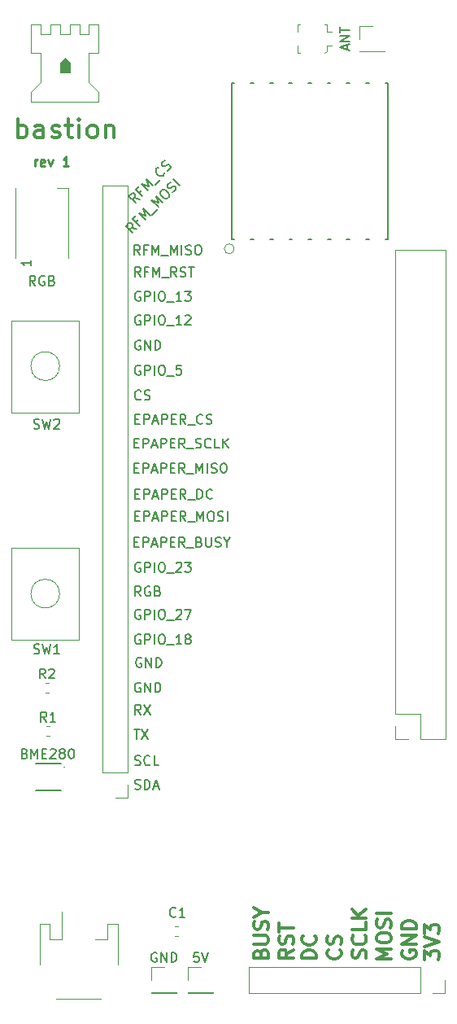
<source format=gto>
G04 #@! TF.GenerationSoftware,KiCad,Pcbnew,(5.99.0-1124-gd78759612)*
G04 #@! TF.CreationDate,2020-05-27T21:00:59-04:00*
G04 #@! TF.ProjectId,bastion-hat,62617374-696f-46e2-9d68-61742e6b6963,rev?*
G04 #@! TF.SameCoordinates,Original*
G04 #@! TF.FileFunction,Legend,Top*
G04 #@! TF.FilePolarity,Positive*
%FSLAX46Y46*%
G04 Gerber Fmt 4.6, Leading zero omitted, Abs format (unit mm)*
G04 Created by KiCad (PCBNEW (5.99.0-1124-gd78759612)) date 2020-05-27 21:00:59*
%MOMM*%
%LPD*%
G01*
G04 APERTURE LIST*
%ADD10C,0.100000*%
%ADD11C,0.120000*%
%ADD12C,0.250000*%
%ADD13C,0.300000*%
%ADD14C,0.150000*%
%ADD15C,0.127000*%
%ADD16C,0.200000*%
%ADD17C,0.203200*%
G04 APERTURE END LIST*
D10*
G36*
X121000000Y-57000000D02*
G01*
X121000000Y-58000000D01*
X120000000Y-58000000D01*
X120000000Y-57000000D01*
X120500000Y-56500000D01*
X121000000Y-57000000D01*
G37*
X121000000Y-57000000D02*
X121000000Y-58000000D01*
X120000000Y-58000000D01*
X120000000Y-57000000D01*
X120500000Y-56500000D01*
X121000000Y-57000000D01*
D11*
X117000000Y-60000000D02*
X117000000Y-61000000D01*
X118000000Y-59000000D02*
X117000000Y-60000000D01*
X118000000Y-56000000D02*
X118000000Y-59000000D01*
X117000000Y-56000000D02*
X118000000Y-56000000D01*
X117000000Y-53000000D02*
X117000000Y-56000000D01*
X118000000Y-53000000D02*
X117000000Y-53000000D01*
X118000000Y-54000000D02*
X118000000Y-53000000D01*
X119000000Y-54000000D02*
X118000000Y-54000000D01*
X119000000Y-53000000D02*
X119000000Y-54000000D01*
X120000000Y-53000000D02*
X119000000Y-53000000D01*
X120000000Y-54000000D02*
X120000000Y-53000000D01*
X121000000Y-54000000D02*
X120000000Y-54000000D01*
X121000000Y-53000000D02*
X121000000Y-54000000D01*
X122000000Y-53000000D02*
X121000000Y-53000000D01*
X122000000Y-54000000D02*
X122000000Y-53000000D01*
X123000000Y-54000000D02*
X122000000Y-54000000D01*
X123000000Y-53000000D02*
X123000000Y-54000000D01*
X124000000Y-53000000D02*
X123000000Y-53000000D01*
X124000000Y-56000000D02*
X124000000Y-53000000D01*
X123000000Y-56000000D02*
X124000000Y-56000000D01*
X123000000Y-59000000D02*
X123000000Y-56000000D01*
X124000000Y-60000000D02*
X123000000Y-59000000D01*
X124000000Y-61000000D02*
X124000000Y-60000000D01*
X117000000Y-61000000D02*
X124000000Y-61000000D01*
D12*
X117361904Y-67752380D02*
X117361904Y-67085714D01*
X117361904Y-67276190D02*
X117409523Y-67180952D01*
X117457142Y-67133333D01*
X117552380Y-67085714D01*
X117647619Y-67085714D01*
X118361904Y-67704761D02*
X118266666Y-67752380D01*
X118076190Y-67752380D01*
X117980952Y-67704761D01*
X117933333Y-67609523D01*
X117933333Y-67228571D01*
X117980952Y-67133333D01*
X118076190Y-67085714D01*
X118266666Y-67085714D01*
X118361904Y-67133333D01*
X118409523Y-67228571D01*
X118409523Y-67323809D01*
X117933333Y-67419047D01*
X118742857Y-67085714D02*
X118980952Y-67752380D01*
X119219047Y-67085714D01*
X120885714Y-67752380D02*
X120314285Y-67752380D01*
X120600000Y-67752380D02*
X120600000Y-66752380D01*
X120504761Y-66895238D01*
X120409523Y-66990476D01*
X120314285Y-67038095D01*
D13*
X115600000Y-64804761D02*
X115600000Y-62804761D01*
X115600000Y-63566666D02*
X115790476Y-63471428D01*
X116171428Y-63471428D01*
X116361904Y-63566666D01*
X116457142Y-63661904D01*
X116552380Y-63852380D01*
X116552380Y-64423809D01*
X116457142Y-64614285D01*
X116361904Y-64709523D01*
X116171428Y-64804761D01*
X115790476Y-64804761D01*
X115600000Y-64709523D01*
X118266666Y-64804761D02*
X118266666Y-63757142D01*
X118171428Y-63566666D01*
X117980952Y-63471428D01*
X117600000Y-63471428D01*
X117409523Y-63566666D01*
X118266666Y-64709523D02*
X118076190Y-64804761D01*
X117600000Y-64804761D01*
X117409523Y-64709523D01*
X117314285Y-64519047D01*
X117314285Y-64328571D01*
X117409523Y-64138095D01*
X117600000Y-64042857D01*
X118076190Y-64042857D01*
X118266666Y-63947619D01*
X119123809Y-64709523D02*
X119314285Y-64804761D01*
X119695238Y-64804761D01*
X119885714Y-64709523D01*
X119980952Y-64519047D01*
X119980952Y-64423809D01*
X119885714Y-64233333D01*
X119695238Y-64138095D01*
X119409523Y-64138095D01*
X119219047Y-64042857D01*
X119123809Y-63852380D01*
X119123809Y-63757142D01*
X119219047Y-63566666D01*
X119409523Y-63471428D01*
X119695238Y-63471428D01*
X119885714Y-63566666D01*
X120552380Y-63471428D02*
X121314285Y-63471428D01*
X120838095Y-62804761D02*
X120838095Y-64519047D01*
X120933333Y-64709523D01*
X121123809Y-64804761D01*
X121314285Y-64804761D01*
X121980952Y-64804761D02*
X121980952Y-63471428D01*
X121980952Y-62804761D02*
X121885714Y-62900000D01*
X121980952Y-62995238D01*
X122076190Y-62900000D01*
X121980952Y-62804761D01*
X121980952Y-62995238D01*
X123219047Y-64804761D02*
X123028571Y-64709523D01*
X122933333Y-64614285D01*
X122838095Y-64423809D01*
X122838095Y-63852380D01*
X122933333Y-63661904D01*
X123028571Y-63566666D01*
X123219047Y-63471428D01*
X123504761Y-63471428D01*
X123695238Y-63566666D01*
X123790476Y-63661904D01*
X123885714Y-63852380D01*
X123885714Y-64423809D01*
X123790476Y-64614285D01*
X123695238Y-64709523D01*
X123504761Y-64804761D01*
X123219047Y-64804761D01*
X124742857Y-63471428D02*
X124742857Y-64804761D01*
X124742857Y-63661904D02*
X124838095Y-63566666D01*
X125028571Y-63471428D01*
X125314285Y-63471428D01*
X125504761Y-63566666D01*
X125600000Y-63757142D01*
X125600000Y-64804761D01*
D14*
X127787976Y-132504761D02*
X127930833Y-132552380D01*
X128168928Y-132552380D01*
X128264166Y-132504761D01*
X128311785Y-132457142D01*
X128359404Y-132361904D01*
X128359404Y-132266666D01*
X128311785Y-132171428D01*
X128264166Y-132123809D01*
X128168928Y-132076190D01*
X127978452Y-132028571D01*
X127883214Y-131980952D01*
X127835595Y-131933333D01*
X127787976Y-131838095D01*
X127787976Y-131742857D01*
X127835595Y-131647619D01*
X127883214Y-131600000D01*
X127978452Y-131552380D01*
X128216547Y-131552380D01*
X128359404Y-131600000D01*
X128787976Y-132552380D02*
X128787976Y-131552380D01*
X129026071Y-131552380D01*
X129168928Y-131600000D01*
X129264166Y-131695238D01*
X129311785Y-131790476D01*
X129359404Y-131980952D01*
X129359404Y-132123809D01*
X129311785Y-132314285D01*
X129264166Y-132409523D01*
X129168928Y-132504761D01*
X129026071Y-132552380D01*
X128787976Y-132552380D01*
X129740357Y-132266666D02*
X130216547Y-132266666D01*
X129645119Y-132552380D02*
X129978452Y-131552380D01*
X130311785Y-132552380D01*
X127787976Y-130004761D02*
X127930833Y-130052380D01*
X128168928Y-130052380D01*
X128264166Y-130004761D01*
X128311785Y-129957142D01*
X128359404Y-129861904D01*
X128359404Y-129766666D01*
X128311785Y-129671428D01*
X128264166Y-129623809D01*
X128168928Y-129576190D01*
X127978452Y-129528571D01*
X127883214Y-129480952D01*
X127835595Y-129433333D01*
X127787976Y-129338095D01*
X127787976Y-129242857D01*
X127835595Y-129147619D01*
X127883214Y-129100000D01*
X127978452Y-129052380D01*
X128216547Y-129052380D01*
X128359404Y-129100000D01*
X129359404Y-129957142D02*
X129311785Y-130004761D01*
X129168928Y-130052380D01*
X129073690Y-130052380D01*
X128930833Y-130004761D01*
X128835595Y-129909523D01*
X128787976Y-129814285D01*
X128740357Y-129623809D01*
X128740357Y-129480952D01*
X128787976Y-129290476D01*
X128835595Y-129195238D01*
X128930833Y-129100000D01*
X129073690Y-129052380D01*
X129168928Y-129052380D01*
X129311785Y-129100000D01*
X129359404Y-129147619D01*
X130264166Y-130052380D02*
X129787976Y-130052380D01*
X129787976Y-129052380D01*
X127692738Y-126352380D02*
X128264166Y-126352380D01*
X127978452Y-127352380D02*
X127978452Y-126352380D01*
X128502261Y-126352380D02*
X129168928Y-127352380D01*
X129168928Y-126352380D02*
X128502261Y-127352380D01*
X128407023Y-124752380D02*
X128073690Y-124276190D01*
X127835595Y-124752380D02*
X127835595Y-123752380D01*
X128216547Y-123752380D01*
X128311785Y-123800000D01*
X128359404Y-123847619D01*
X128407023Y-123942857D01*
X128407023Y-124085714D01*
X128359404Y-124180952D01*
X128311785Y-124228571D01*
X128216547Y-124276190D01*
X127835595Y-124276190D01*
X128740357Y-123752380D02*
X129407023Y-124752380D01*
X129407023Y-123752380D02*
X128740357Y-124752380D01*
X128359404Y-121500000D02*
X128264166Y-121452380D01*
X128121309Y-121452380D01*
X127978452Y-121500000D01*
X127883214Y-121595238D01*
X127835595Y-121690476D01*
X127787976Y-121880952D01*
X127787976Y-122023809D01*
X127835595Y-122214285D01*
X127883214Y-122309523D01*
X127978452Y-122404761D01*
X128121309Y-122452380D01*
X128216547Y-122452380D01*
X128359404Y-122404761D01*
X128407023Y-122357142D01*
X128407023Y-122023809D01*
X128216547Y-122023809D01*
X128835595Y-122452380D02*
X128835595Y-121452380D01*
X129407023Y-122452380D01*
X129407023Y-121452380D01*
X129883214Y-122452380D02*
X129883214Y-121452380D01*
X130121309Y-121452380D01*
X130264166Y-121500000D01*
X130359404Y-121595238D01*
X130407023Y-121690476D01*
X130454642Y-121880952D01*
X130454642Y-122023809D01*
X130407023Y-122214285D01*
X130359404Y-122309523D01*
X130264166Y-122404761D01*
X130121309Y-122452380D01*
X129883214Y-122452380D01*
X128459404Y-118900000D02*
X128364166Y-118852380D01*
X128221309Y-118852380D01*
X128078452Y-118900000D01*
X127983214Y-118995238D01*
X127935595Y-119090476D01*
X127887976Y-119280952D01*
X127887976Y-119423809D01*
X127935595Y-119614285D01*
X127983214Y-119709523D01*
X128078452Y-119804761D01*
X128221309Y-119852380D01*
X128316547Y-119852380D01*
X128459404Y-119804761D01*
X128507023Y-119757142D01*
X128507023Y-119423809D01*
X128316547Y-119423809D01*
X128935595Y-119852380D02*
X128935595Y-118852380D01*
X129507023Y-119852380D01*
X129507023Y-118852380D01*
X129983214Y-119852380D02*
X129983214Y-118852380D01*
X130221309Y-118852380D01*
X130364166Y-118900000D01*
X130459404Y-118995238D01*
X130507023Y-119090476D01*
X130554642Y-119280952D01*
X130554642Y-119423809D01*
X130507023Y-119614285D01*
X130459404Y-119709523D01*
X130364166Y-119804761D01*
X130221309Y-119852380D01*
X129983214Y-119852380D01*
X128359404Y-116500000D02*
X128264166Y-116452380D01*
X128121309Y-116452380D01*
X127978452Y-116500000D01*
X127883214Y-116595238D01*
X127835595Y-116690476D01*
X127787976Y-116880952D01*
X127787976Y-117023809D01*
X127835595Y-117214285D01*
X127883214Y-117309523D01*
X127978452Y-117404761D01*
X128121309Y-117452380D01*
X128216547Y-117452380D01*
X128359404Y-117404761D01*
X128407023Y-117357142D01*
X128407023Y-117023809D01*
X128216547Y-117023809D01*
X128835595Y-117452380D02*
X128835595Y-116452380D01*
X129216547Y-116452380D01*
X129311785Y-116500000D01*
X129359404Y-116547619D01*
X129407023Y-116642857D01*
X129407023Y-116785714D01*
X129359404Y-116880952D01*
X129311785Y-116928571D01*
X129216547Y-116976190D01*
X128835595Y-116976190D01*
X129835595Y-117452380D02*
X129835595Y-116452380D01*
X130502261Y-116452380D02*
X130692738Y-116452380D01*
X130787976Y-116500000D01*
X130883214Y-116595238D01*
X130930833Y-116785714D01*
X130930833Y-117119047D01*
X130883214Y-117309523D01*
X130787976Y-117404761D01*
X130692738Y-117452380D01*
X130502261Y-117452380D01*
X130407023Y-117404761D01*
X130311785Y-117309523D01*
X130264166Y-117119047D01*
X130264166Y-116785714D01*
X130311785Y-116595238D01*
X130407023Y-116500000D01*
X130502261Y-116452380D01*
X131121309Y-117547619D02*
X131883214Y-117547619D01*
X132645119Y-117452380D02*
X132073690Y-117452380D01*
X132359404Y-117452380D02*
X132359404Y-116452380D01*
X132264166Y-116595238D01*
X132168928Y-116690476D01*
X132073690Y-116738095D01*
X133216547Y-116880952D02*
X133121309Y-116833333D01*
X133073690Y-116785714D01*
X133026071Y-116690476D01*
X133026071Y-116642857D01*
X133073690Y-116547619D01*
X133121309Y-116500000D01*
X133216547Y-116452380D01*
X133407023Y-116452380D01*
X133502261Y-116500000D01*
X133549880Y-116547619D01*
X133597500Y-116642857D01*
X133597500Y-116690476D01*
X133549880Y-116785714D01*
X133502261Y-116833333D01*
X133407023Y-116880952D01*
X133216547Y-116880952D01*
X133121309Y-116928571D01*
X133073690Y-116976190D01*
X133026071Y-117071428D01*
X133026071Y-117261904D01*
X133073690Y-117357142D01*
X133121309Y-117404761D01*
X133216547Y-117452380D01*
X133407023Y-117452380D01*
X133502261Y-117404761D01*
X133549880Y-117357142D01*
X133597500Y-117261904D01*
X133597500Y-117071428D01*
X133549880Y-116976190D01*
X133502261Y-116928571D01*
X133407023Y-116880952D01*
X128359404Y-113900000D02*
X128264166Y-113852380D01*
X128121309Y-113852380D01*
X127978452Y-113900000D01*
X127883214Y-113995238D01*
X127835595Y-114090476D01*
X127787976Y-114280952D01*
X127787976Y-114423809D01*
X127835595Y-114614285D01*
X127883214Y-114709523D01*
X127978452Y-114804761D01*
X128121309Y-114852380D01*
X128216547Y-114852380D01*
X128359404Y-114804761D01*
X128407023Y-114757142D01*
X128407023Y-114423809D01*
X128216547Y-114423809D01*
X128835595Y-114852380D02*
X128835595Y-113852380D01*
X129216547Y-113852380D01*
X129311785Y-113900000D01*
X129359404Y-113947619D01*
X129407023Y-114042857D01*
X129407023Y-114185714D01*
X129359404Y-114280952D01*
X129311785Y-114328571D01*
X129216547Y-114376190D01*
X128835595Y-114376190D01*
X129835595Y-114852380D02*
X129835595Y-113852380D01*
X130502261Y-113852380D02*
X130692738Y-113852380D01*
X130787976Y-113900000D01*
X130883214Y-113995238D01*
X130930833Y-114185714D01*
X130930833Y-114519047D01*
X130883214Y-114709523D01*
X130787976Y-114804761D01*
X130692738Y-114852380D01*
X130502261Y-114852380D01*
X130407023Y-114804761D01*
X130311785Y-114709523D01*
X130264166Y-114519047D01*
X130264166Y-114185714D01*
X130311785Y-113995238D01*
X130407023Y-113900000D01*
X130502261Y-113852380D01*
X131121309Y-114947619D02*
X131883214Y-114947619D01*
X132073690Y-113947619D02*
X132121309Y-113900000D01*
X132216547Y-113852380D01*
X132454642Y-113852380D01*
X132549880Y-113900000D01*
X132597500Y-113947619D01*
X132645119Y-114042857D01*
X132645119Y-114138095D01*
X132597500Y-114280952D01*
X132026071Y-114852380D01*
X132645119Y-114852380D01*
X132978452Y-113852380D02*
X133645119Y-113852380D01*
X133216547Y-114852380D01*
X128407023Y-112452380D02*
X128073690Y-111976190D01*
X127835595Y-112452380D02*
X127835595Y-111452380D01*
X128216547Y-111452380D01*
X128311785Y-111500000D01*
X128359404Y-111547619D01*
X128407023Y-111642857D01*
X128407023Y-111785714D01*
X128359404Y-111880952D01*
X128311785Y-111928571D01*
X128216547Y-111976190D01*
X127835595Y-111976190D01*
X129359404Y-111500000D02*
X129264166Y-111452380D01*
X129121309Y-111452380D01*
X128978452Y-111500000D01*
X128883214Y-111595238D01*
X128835595Y-111690476D01*
X128787976Y-111880952D01*
X128787976Y-112023809D01*
X128835595Y-112214285D01*
X128883214Y-112309523D01*
X128978452Y-112404761D01*
X129121309Y-112452380D01*
X129216547Y-112452380D01*
X129359404Y-112404761D01*
X129407023Y-112357142D01*
X129407023Y-112023809D01*
X129216547Y-112023809D01*
X130168928Y-111928571D02*
X130311785Y-111976190D01*
X130359404Y-112023809D01*
X130407023Y-112119047D01*
X130407023Y-112261904D01*
X130359404Y-112357142D01*
X130311785Y-112404761D01*
X130216547Y-112452380D01*
X129835595Y-112452380D01*
X129835595Y-111452380D01*
X130168928Y-111452380D01*
X130264166Y-111500000D01*
X130311785Y-111547619D01*
X130359404Y-111642857D01*
X130359404Y-111738095D01*
X130311785Y-111833333D01*
X130264166Y-111880952D01*
X130168928Y-111928571D01*
X129835595Y-111928571D01*
X128359404Y-109000000D02*
X128264166Y-108952380D01*
X128121309Y-108952380D01*
X127978452Y-109000000D01*
X127883214Y-109095238D01*
X127835595Y-109190476D01*
X127787976Y-109380952D01*
X127787976Y-109523809D01*
X127835595Y-109714285D01*
X127883214Y-109809523D01*
X127978452Y-109904761D01*
X128121309Y-109952380D01*
X128216547Y-109952380D01*
X128359404Y-109904761D01*
X128407023Y-109857142D01*
X128407023Y-109523809D01*
X128216547Y-109523809D01*
X128835595Y-109952380D02*
X128835595Y-108952380D01*
X129216547Y-108952380D01*
X129311785Y-109000000D01*
X129359404Y-109047619D01*
X129407023Y-109142857D01*
X129407023Y-109285714D01*
X129359404Y-109380952D01*
X129311785Y-109428571D01*
X129216547Y-109476190D01*
X128835595Y-109476190D01*
X129835595Y-109952380D02*
X129835595Y-108952380D01*
X130502261Y-108952380D02*
X130692738Y-108952380D01*
X130787976Y-109000000D01*
X130883214Y-109095238D01*
X130930833Y-109285714D01*
X130930833Y-109619047D01*
X130883214Y-109809523D01*
X130787976Y-109904761D01*
X130692738Y-109952380D01*
X130502261Y-109952380D01*
X130407023Y-109904761D01*
X130311785Y-109809523D01*
X130264166Y-109619047D01*
X130264166Y-109285714D01*
X130311785Y-109095238D01*
X130407023Y-109000000D01*
X130502261Y-108952380D01*
X131121309Y-110047619D02*
X131883214Y-110047619D01*
X132073690Y-109047619D02*
X132121309Y-109000000D01*
X132216547Y-108952380D01*
X132454642Y-108952380D01*
X132549880Y-109000000D01*
X132597500Y-109047619D01*
X132645119Y-109142857D01*
X132645119Y-109238095D01*
X132597500Y-109380952D01*
X132026071Y-109952380D01*
X132645119Y-109952380D01*
X132978452Y-108952380D02*
X133597500Y-108952380D01*
X133264166Y-109333333D01*
X133407023Y-109333333D01*
X133502261Y-109380952D01*
X133549880Y-109428571D01*
X133597500Y-109523809D01*
X133597500Y-109761904D01*
X133549880Y-109857142D01*
X133502261Y-109904761D01*
X133407023Y-109952380D01*
X133121309Y-109952380D01*
X133026071Y-109904761D01*
X132978452Y-109857142D01*
X127735595Y-106828571D02*
X128068928Y-106828571D01*
X128211785Y-107352380D02*
X127735595Y-107352380D01*
X127735595Y-106352380D01*
X128211785Y-106352380D01*
X128640357Y-107352380D02*
X128640357Y-106352380D01*
X129021309Y-106352380D01*
X129116547Y-106400000D01*
X129164166Y-106447619D01*
X129211785Y-106542857D01*
X129211785Y-106685714D01*
X129164166Y-106780952D01*
X129116547Y-106828571D01*
X129021309Y-106876190D01*
X128640357Y-106876190D01*
X129592738Y-107066666D02*
X130068928Y-107066666D01*
X129497500Y-107352380D02*
X129830833Y-106352380D01*
X130164166Y-107352380D01*
X130497500Y-107352380D02*
X130497500Y-106352380D01*
X130878452Y-106352380D01*
X130973690Y-106400000D01*
X131021309Y-106447619D01*
X131068928Y-106542857D01*
X131068928Y-106685714D01*
X131021309Y-106780952D01*
X130973690Y-106828571D01*
X130878452Y-106876190D01*
X130497500Y-106876190D01*
X131497500Y-106828571D02*
X131830833Y-106828571D01*
X131973690Y-107352380D02*
X131497500Y-107352380D01*
X131497500Y-106352380D01*
X131973690Y-106352380D01*
X132973690Y-107352380D02*
X132640357Y-106876190D01*
X132402261Y-107352380D02*
X132402261Y-106352380D01*
X132783214Y-106352380D01*
X132878452Y-106400000D01*
X132926071Y-106447619D01*
X132973690Y-106542857D01*
X132973690Y-106685714D01*
X132926071Y-106780952D01*
X132878452Y-106828571D01*
X132783214Y-106876190D01*
X132402261Y-106876190D01*
X133164166Y-107447619D02*
X133926071Y-107447619D01*
X134497500Y-106828571D02*
X134640357Y-106876190D01*
X134687976Y-106923809D01*
X134735595Y-107019047D01*
X134735595Y-107161904D01*
X134687976Y-107257142D01*
X134640357Y-107304761D01*
X134545119Y-107352380D01*
X134164166Y-107352380D01*
X134164166Y-106352380D01*
X134497500Y-106352380D01*
X134592738Y-106400000D01*
X134640357Y-106447619D01*
X134687976Y-106542857D01*
X134687976Y-106638095D01*
X134640357Y-106733333D01*
X134592738Y-106780952D01*
X134497500Y-106828571D01*
X134164166Y-106828571D01*
X135164166Y-106352380D02*
X135164166Y-107161904D01*
X135211785Y-107257142D01*
X135259404Y-107304761D01*
X135354642Y-107352380D01*
X135545119Y-107352380D01*
X135640357Y-107304761D01*
X135687976Y-107257142D01*
X135735595Y-107161904D01*
X135735595Y-106352380D01*
X136164166Y-107304761D02*
X136307023Y-107352380D01*
X136545119Y-107352380D01*
X136640357Y-107304761D01*
X136687976Y-107257142D01*
X136735595Y-107161904D01*
X136735595Y-107066666D01*
X136687976Y-106971428D01*
X136640357Y-106923809D01*
X136545119Y-106876190D01*
X136354642Y-106828571D01*
X136259404Y-106780952D01*
X136211785Y-106733333D01*
X136164166Y-106638095D01*
X136164166Y-106542857D01*
X136211785Y-106447619D01*
X136259404Y-106400000D01*
X136354642Y-106352380D01*
X136592738Y-106352380D01*
X136735595Y-106400000D01*
X137354642Y-106876190D02*
X137354642Y-107352380D01*
X137021309Y-106352380D02*
X137354642Y-106876190D01*
X137687976Y-106352380D01*
X127835595Y-104128571D02*
X128168928Y-104128571D01*
X128311785Y-104652380D02*
X127835595Y-104652380D01*
X127835595Y-103652380D01*
X128311785Y-103652380D01*
X128740357Y-104652380D02*
X128740357Y-103652380D01*
X129121309Y-103652380D01*
X129216547Y-103700000D01*
X129264166Y-103747619D01*
X129311785Y-103842857D01*
X129311785Y-103985714D01*
X129264166Y-104080952D01*
X129216547Y-104128571D01*
X129121309Y-104176190D01*
X128740357Y-104176190D01*
X129692738Y-104366666D02*
X130168928Y-104366666D01*
X129597500Y-104652380D02*
X129930833Y-103652380D01*
X130264166Y-104652380D01*
X130597500Y-104652380D02*
X130597500Y-103652380D01*
X130978452Y-103652380D01*
X131073690Y-103700000D01*
X131121309Y-103747619D01*
X131168928Y-103842857D01*
X131168928Y-103985714D01*
X131121309Y-104080952D01*
X131073690Y-104128571D01*
X130978452Y-104176190D01*
X130597500Y-104176190D01*
X131597500Y-104128571D02*
X131930833Y-104128571D01*
X132073690Y-104652380D02*
X131597500Y-104652380D01*
X131597500Y-103652380D01*
X132073690Y-103652380D01*
X133073690Y-104652380D02*
X132740357Y-104176190D01*
X132502261Y-104652380D02*
X132502261Y-103652380D01*
X132883214Y-103652380D01*
X132978452Y-103700000D01*
X133026071Y-103747619D01*
X133073690Y-103842857D01*
X133073690Y-103985714D01*
X133026071Y-104080952D01*
X132978452Y-104128571D01*
X132883214Y-104176190D01*
X132502261Y-104176190D01*
X133264166Y-104747619D02*
X134026071Y-104747619D01*
X134264166Y-104652380D02*
X134264166Y-103652380D01*
X134597500Y-104366666D01*
X134930833Y-103652380D01*
X134930833Y-104652380D01*
X135597500Y-103652380D02*
X135787976Y-103652380D01*
X135883214Y-103700000D01*
X135978452Y-103795238D01*
X136026071Y-103985714D01*
X136026071Y-104319047D01*
X135978452Y-104509523D01*
X135883214Y-104604761D01*
X135787976Y-104652380D01*
X135597500Y-104652380D01*
X135502261Y-104604761D01*
X135407023Y-104509523D01*
X135359404Y-104319047D01*
X135359404Y-103985714D01*
X135407023Y-103795238D01*
X135502261Y-103700000D01*
X135597500Y-103652380D01*
X136407023Y-104604761D02*
X136549880Y-104652380D01*
X136787976Y-104652380D01*
X136883214Y-104604761D01*
X136930833Y-104557142D01*
X136978452Y-104461904D01*
X136978452Y-104366666D01*
X136930833Y-104271428D01*
X136883214Y-104223809D01*
X136787976Y-104176190D01*
X136597500Y-104128571D01*
X136502261Y-104080952D01*
X136454642Y-104033333D01*
X136407023Y-103938095D01*
X136407023Y-103842857D01*
X136454642Y-103747619D01*
X136502261Y-103700000D01*
X136597500Y-103652380D01*
X136835595Y-103652380D01*
X136978452Y-103700000D01*
X137407023Y-104652380D02*
X137407023Y-103652380D01*
X127835595Y-101828571D02*
X128168928Y-101828571D01*
X128311785Y-102352380D02*
X127835595Y-102352380D01*
X127835595Y-101352380D01*
X128311785Y-101352380D01*
X128740357Y-102352380D02*
X128740357Y-101352380D01*
X129121309Y-101352380D01*
X129216547Y-101400000D01*
X129264166Y-101447619D01*
X129311785Y-101542857D01*
X129311785Y-101685714D01*
X129264166Y-101780952D01*
X129216547Y-101828571D01*
X129121309Y-101876190D01*
X128740357Y-101876190D01*
X129692738Y-102066666D02*
X130168928Y-102066666D01*
X129597500Y-102352380D02*
X129930833Y-101352380D01*
X130264166Y-102352380D01*
X130597500Y-102352380D02*
X130597500Y-101352380D01*
X130978452Y-101352380D01*
X131073690Y-101400000D01*
X131121309Y-101447619D01*
X131168928Y-101542857D01*
X131168928Y-101685714D01*
X131121309Y-101780952D01*
X131073690Y-101828571D01*
X130978452Y-101876190D01*
X130597500Y-101876190D01*
X131597500Y-101828571D02*
X131930833Y-101828571D01*
X132073690Y-102352380D02*
X131597500Y-102352380D01*
X131597500Y-101352380D01*
X132073690Y-101352380D01*
X133073690Y-102352380D02*
X132740357Y-101876190D01*
X132502261Y-102352380D02*
X132502261Y-101352380D01*
X132883214Y-101352380D01*
X132978452Y-101400000D01*
X133026071Y-101447619D01*
X133073690Y-101542857D01*
X133073690Y-101685714D01*
X133026071Y-101780952D01*
X132978452Y-101828571D01*
X132883214Y-101876190D01*
X132502261Y-101876190D01*
X133264166Y-102447619D02*
X134026071Y-102447619D01*
X134264166Y-102352380D02*
X134264166Y-101352380D01*
X134502261Y-101352380D01*
X134645119Y-101400000D01*
X134740357Y-101495238D01*
X134787976Y-101590476D01*
X134835595Y-101780952D01*
X134835595Y-101923809D01*
X134787976Y-102114285D01*
X134740357Y-102209523D01*
X134645119Y-102304761D01*
X134502261Y-102352380D01*
X134264166Y-102352380D01*
X135835595Y-102257142D02*
X135787976Y-102304761D01*
X135645119Y-102352380D01*
X135549880Y-102352380D01*
X135407023Y-102304761D01*
X135311785Y-102209523D01*
X135264166Y-102114285D01*
X135216547Y-101923809D01*
X135216547Y-101780952D01*
X135264166Y-101590476D01*
X135311785Y-101495238D01*
X135407023Y-101400000D01*
X135549880Y-101352380D01*
X135645119Y-101352380D01*
X135787976Y-101400000D01*
X135835595Y-101447619D01*
X127735595Y-99128571D02*
X128068928Y-99128571D01*
X128211785Y-99652380D02*
X127735595Y-99652380D01*
X127735595Y-98652380D01*
X128211785Y-98652380D01*
X128640357Y-99652380D02*
X128640357Y-98652380D01*
X129021309Y-98652380D01*
X129116547Y-98700000D01*
X129164166Y-98747619D01*
X129211785Y-98842857D01*
X129211785Y-98985714D01*
X129164166Y-99080952D01*
X129116547Y-99128571D01*
X129021309Y-99176190D01*
X128640357Y-99176190D01*
X129592738Y-99366666D02*
X130068928Y-99366666D01*
X129497500Y-99652380D02*
X129830833Y-98652380D01*
X130164166Y-99652380D01*
X130497500Y-99652380D02*
X130497500Y-98652380D01*
X130878452Y-98652380D01*
X130973690Y-98700000D01*
X131021309Y-98747619D01*
X131068928Y-98842857D01*
X131068928Y-98985714D01*
X131021309Y-99080952D01*
X130973690Y-99128571D01*
X130878452Y-99176190D01*
X130497500Y-99176190D01*
X131497500Y-99128571D02*
X131830833Y-99128571D01*
X131973690Y-99652380D02*
X131497500Y-99652380D01*
X131497500Y-98652380D01*
X131973690Y-98652380D01*
X132973690Y-99652380D02*
X132640357Y-99176190D01*
X132402261Y-99652380D02*
X132402261Y-98652380D01*
X132783214Y-98652380D01*
X132878452Y-98700000D01*
X132926071Y-98747619D01*
X132973690Y-98842857D01*
X132973690Y-98985714D01*
X132926071Y-99080952D01*
X132878452Y-99128571D01*
X132783214Y-99176190D01*
X132402261Y-99176190D01*
X133164166Y-99747619D02*
X133926071Y-99747619D01*
X134164166Y-99652380D02*
X134164166Y-98652380D01*
X134497500Y-99366666D01*
X134830833Y-98652380D01*
X134830833Y-99652380D01*
X135307023Y-99652380D02*
X135307023Y-98652380D01*
X135735595Y-99604761D02*
X135878452Y-99652380D01*
X136116547Y-99652380D01*
X136211785Y-99604761D01*
X136259404Y-99557142D01*
X136307023Y-99461904D01*
X136307023Y-99366666D01*
X136259404Y-99271428D01*
X136211785Y-99223809D01*
X136116547Y-99176190D01*
X135926071Y-99128571D01*
X135830833Y-99080952D01*
X135783214Y-99033333D01*
X135735595Y-98938095D01*
X135735595Y-98842857D01*
X135783214Y-98747619D01*
X135830833Y-98700000D01*
X135926071Y-98652380D01*
X136164166Y-98652380D01*
X136307023Y-98700000D01*
X136926071Y-98652380D02*
X137116547Y-98652380D01*
X137211785Y-98700000D01*
X137307023Y-98795238D01*
X137354642Y-98985714D01*
X137354642Y-99319047D01*
X137307023Y-99509523D01*
X137211785Y-99604761D01*
X137116547Y-99652380D01*
X136926071Y-99652380D01*
X136830833Y-99604761D01*
X136735595Y-99509523D01*
X136687976Y-99319047D01*
X136687976Y-98985714D01*
X136735595Y-98795238D01*
X136830833Y-98700000D01*
X136926071Y-98652380D01*
X127735595Y-96528571D02*
X128068928Y-96528571D01*
X128211785Y-97052380D02*
X127735595Y-97052380D01*
X127735595Y-96052380D01*
X128211785Y-96052380D01*
X128640357Y-97052380D02*
X128640357Y-96052380D01*
X129021309Y-96052380D01*
X129116547Y-96100000D01*
X129164166Y-96147619D01*
X129211785Y-96242857D01*
X129211785Y-96385714D01*
X129164166Y-96480952D01*
X129116547Y-96528571D01*
X129021309Y-96576190D01*
X128640357Y-96576190D01*
X129592738Y-96766666D02*
X130068928Y-96766666D01*
X129497500Y-97052380D02*
X129830833Y-96052380D01*
X130164166Y-97052380D01*
X130497500Y-97052380D02*
X130497500Y-96052380D01*
X130878452Y-96052380D01*
X130973690Y-96100000D01*
X131021309Y-96147619D01*
X131068928Y-96242857D01*
X131068928Y-96385714D01*
X131021309Y-96480952D01*
X130973690Y-96528571D01*
X130878452Y-96576190D01*
X130497500Y-96576190D01*
X131497500Y-96528571D02*
X131830833Y-96528571D01*
X131973690Y-97052380D02*
X131497500Y-97052380D01*
X131497500Y-96052380D01*
X131973690Y-96052380D01*
X132973690Y-97052380D02*
X132640357Y-96576190D01*
X132402261Y-97052380D02*
X132402261Y-96052380D01*
X132783214Y-96052380D01*
X132878452Y-96100000D01*
X132926071Y-96147619D01*
X132973690Y-96242857D01*
X132973690Y-96385714D01*
X132926071Y-96480952D01*
X132878452Y-96528571D01*
X132783214Y-96576190D01*
X132402261Y-96576190D01*
X133164166Y-97147619D02*
X133926071Y-97147619D01*
X134116547Y-97004761D02*
X134259404Y-97052380D01*
X134497500Y-97052380D01*
X134592738Y-97004761D01*
X134640357Y-96957142D01*
X134687976Y-96861904D01*
X134687976Y-96766666D01*
X134640357Y-96671428D01*
X134592738Y-96623809D01*
X134497500Y-96576190D01*
X134307023Y-96528571D01*
X134211785Y-96480952D01*
X134164166Y-96433333D01*
X134116547Y-96338095D01*
X134116547Y-96242857D01*
X134164166Y-96147619D01*
X134211785Y-96100000D01*
X134307023Y-96052380D01*
X134545119Y-96052380D01*
X134687976Y-96100000D01*
X135687976Y-96957142D02*
X135640357Y-97004761D01*
X135497500Y-97052380D01*
X135402261Y-97052380D01*
X135259404Y-97004761D01*
X135164166Y-96909523D01*
X135116547Y-96814285D01*
X135068928Y-96623809D01*
X135068928Y-96480952D01*
X135116547Y-96290476D01*
X135164166Y-96195238D01*
X135259404Y-96100000D01*
X135402261Y-96052380D01*
X135497500Y-96052380D01*
X135640357Y-96100000D01*
X135687976Y-96147619D01*
X136592738Y-97052380D02*
X136116547Y-97052380D01*
X136116547Y-96052380D01*
X136926071Y-97052380D02*
X136926071Y-96052380D01*
X137497500Y-97052380D02*
X137068928Y-96480952D01*
X137497500Y-96052380D02*
X136926071Y-96623809D01*
X127835595Y-94028571D02*
X128168928Y-94028571D01*
X128311785Y-94552380D02*
X127835595Y-94552380D01*
X127835595Y-93552380D01*
X128311785Y-93552380D01*
X128740357Y-94552380D02*
X128740357Y-93552380D01*
X129121309Y-93552380D01*
X129216547Y-93600000D01*
X129264166Y-93647619D01*
X129311785Y-93742857D01*
X129311785Y-93885714D01*
X129264166Y-93980952D01*
X129216547Y-94028571D01*
X129121309Y-94076190D01*
X128740357Y-94076190D01*
X129692738Y-94266666D02*
X130168928Y-94266666D01*
X129597500Y-94552380D02*
X129930833Y-93552380D01*
X130264166Y-94552380D01*
X130597500Y-94552380D02*
X130597500Y-93552380D01*
X130978452Y-93552380D01*
X131073690Y-93600000D01*
X131121309Y-93647619D01*
X131168928Y-93742857D01*
X131168928Y-93885714D01*
X131121309Y-93980952D01*
X131073690Y-94028571D01*
X130978452Y-94076190D01*
X130597500Y-94076190D01*
X131597500Y-94028571D02*
X131930833Y-94028571D01*
X132073690Y-94552380D02*
X131597500Y-94552380D01*
X131597500Y-93552380D01*
X132073690Y-93552380D01*
X133073690Y-94552380D02*
X132740357Y-94076190D01*
X132502261Y-94552380D02*
X132502261Y-93552380D01*
X132883214Y-93552380D01*
X132978452Y-93600000D01*
X133026071Y-93647619D01*
X133073690Y-93742857D01*
X133073690Y-93885714D01*
X133026071Y-93980952D01*
X132978452Y-94028571D01*
X132883214Y-94076190D01*
X132502261Y-94076190D01*
X133264166Y-94647619D02*
X134026071Y-94647619D01*
X134835595Y-94457142D02*
X134787976Y-94504761D01*
X134645119Y-94552380D01*
X134549880Y-94552380D01*
X134407023Y-94504761D01*
X134311785Y-94409523D01*
X134264166Y-94314285D01*
X134216547Y-94123809D01*
X134216547Y-93980952D01*
X134264166Y-93790476D01*
X134311785Y-93695238D01*
X134407023Y-93600000D01*
X134549880Y-93552380D01*
X134645119Y-93552380D01*
X134787976Y-93600000D01*
X134835595Y-93647619D01*
X135216547Y-94504761D02*
X135359404Y-94552380D01*
X135597500Y-94552380D01*
X135692738Y-94504761D01*
X135740357Y-94457142D01*
X135787976Y-94361904D01*
X135787976Y-94266666D01*
X135740357Y-94171428D01*
X135692738Y-94123809D01*
X135597500Y-94076190D01*
X135407023Y-94028571D01*
X135311785Y-93980952D01*
X135264166Y-93933333D01*
X135216547Y-93838095D01*
X135216547Y-93742857D01*
X135264166Y-93647619D01*
X135311785Y-93600000D01*
X135407023Y-93552380D01*
X135645119Y-93552380D01*
X135787976Y-93600000D01*
X128407023Y-91957142D02*
X128359404Y-92004761D01*
X128216547Y-92052380D01*
X128121309Y-92052380D01*
X127978452Y-92004761D01*
X127883214Y-91909523D01*
X127835595Y-91814285D01*
X127787976Y-91623809D01*
X127787976Y-91480952D01*
X127835595Y-91290476D01*
X127883214Y-91195238D01*
X127978452Y-91100000D01*
X128121309Y-91052380D01*
X128216547Y-91052380D01*
X128359404Y-91100000D01*
X128407023Y-91147619D01*
X128787976Y-92004761D02*
X128930833Y-92052380D01*
X129168928Y-92052380D01*
X129264166Y-92004761D01*
X129311785Y-91957142D01*
X129359404Y-91861904D01*
X129359404Y-91766666D01*
X129311785Y-91671428D01*
X129264166Y-91623809D01*
X129168928Y-91576190D01*
X128978452Y-91528571D01*
X128883214Y-91480952D01*
X128835595Y-91433333D01*
X128787976Y-91338095D01*
X128787976Y-91242857D01*
X128835595Y-91147619D01*
X128883214Y-91100000D01*
X128978452Y-91052380D01*
X129216547Y-91052380D01*
X129359404Y-91100000D01*
X128359404Y-88500000D02*
X128264166Y-88452380D01*
X128121309Y-88452380D01*
X127978452Y-88500000D01*
X127883214Y-88595238D01*
X127835595Y-88690476D01*
X127787976Y-88880952D01*
X127787976Y-89023809D01*
X127835595Y-89214285D01*
X127883214Y-89309523D01*
X127978452Y-89404761D01*
X128121309Y-89452380D01*
X128216547Y-89452380D01*
X128359404Y-89404761D01*
X128407023Y-89357142D01*
X128407023Y-89023809D01*
X128216547Y-89023809D01*
X128835595Y-89452380D02*
X128835595Y-88452380D01*
X129216547Y-88452380D01*
X129311785Y-88500000D01*
X129359404Y-88547619D01*
X129407023Y-88642857D01*
X129407023Y-88785714D01*
X129359404Y-88880952D01*
X129311785Y-88928571D01*
X129216547Y-88976190D01*
X128835595Y-88976190D01*
X129835595Y-89452380D02*
X129835595Y-88452380D01*
X130502261Y-88452380D02*
X130692738Y-88452380D01*
X130787976Y-88500000D01*
X130883214Y-88595238D01*
X130930833Y-88785714D01*
X130930833Y-89119047D01*
X130883214Y-89309523D01*
X130787976Y-89404761D01*
X130692738Y-89452380D01*
X130502261Y-89452380D01*
X130407023Y-89404761D01*
X130311785Y-89309523D01*
X130264166Y-89119047D01*
X130264166Y-88785714D01*
X130311785Y-88595238D01*
X130407023Y-88500000D01*
X130502261Y-88452380D01*
X131121309Y-89547619D02*
X131883214Y-89547619D01*
X132597500Y-88452380D02*
X132121309Y-88452380D01*
X132073690Y-88928571D01*
X132121309Y-88880952D01*
X132216547Y-88833333D01*
X132454642Y-88833333D01*
X132549880Y-88880952D01*
X132597500Y-88928571D01*
X132645119Y-89023809D01*
X132645119Y-89261904D01*
X132597500Y-89357142D01*
X132549880Y-89404761D01*
X132454642Y-89452380D01*
X132216547Y-89452380D01*
X132121309Y-89404761D01*
X132073690Y-89357142D01*
X128359404Y-85900000D02*
X128264166Y-85852380D01*
X128121309Y-85852380D01*
X127978452Y-85900000D01*
X127883214Y-85995238D01*
X127835595Y-86090476D01*
X127787976Y-86280952D01*
X127787976Y-86423809D01*
X127835595Y-86614285D01*
X127883214Y-86709523D01*
X127978452Y-86804761D01*
X128121309Y-86852380D01*
X128216547Y-86852380D01*
X128359404Y-86804761D01*
X128407023Y-86757142D01*
X128407023Y-86423809D01*
X128216547Y-86423809D01*
X128835595Y-86852380D02*
X128835595Y-85852380D01*
X129407023Y-86852380D01*
X129407023Y-85852380D01*
X129883214Y-86852380D02*
X129883214Y-85852380D01*
X130121309Y-85852380D01*
X130264166Y-85900000D01*
X130359404Y-85995238D01*
X130407023Y-86090476D01*
X130454642Y-86280952D01*
X130454642Y-86423809D01*
X130407023Y-86614285D01*
X130359404Y-86709523D01*
X130264166Y-86804761D01*
X130121309Y-86852380D01*
X129883214Y-86852380D01*
X128359404Y-83300000D02*
X128264166Y-83252380D01*
X128121309Y-83252380D01*
X127978452Y-83300000D01*
X127883214Y-83395238D01*
X127835595Y-83490476D01*
X127787976Y-83680952D01*
X127787976Y-83823809D01*
X127835595Y-84014285D01*
X127883214Y-84109523D01*
X127978452Y-84204761D01*
X128121309Y-84252380D01*
X128216547Y-84252380D01*
X128359404Y-84204761D01*
X128407023Y-84157142D01*
X128407023Y-83823809D01*
X128216547Y-83823809D01*
X128835595Y-84252380D02*
X128835595Y-83252380D01*
X129216547Y-83252380D01*
X129311785Y-83300000D01*
X129359404Y-83347619D01*
X129407023Y-83442857D01*
X129407023Y-83585714D01*
X129359404Y-83680952D01*
X129311785Y-83728571D01*
X129216547Y-83776190D01*
X128835595Y-83776190D01*
X129835595Y-84252380D02*
X129835595Y-83252380D01*
X130502261Y-83252380D02*
X130692738Y-83252380D01*
X130787976Y-83300000D01*
X130883214Y-83395238D01*
X130930833Y-83585714D01*
X130930833Y-83919047D01*
X130883214Y-84109523D01*
X130787976Y-84204761D01*
X130692738Y-84252380D01*
X130502261Y-84252380D01*
X130407023Y-84204761D01*
X130311785Y-84109523D01*
X130264166Y-83919047D01*
X130264166Y-83585714D01*
X130311785Y-83395238D01*
X130407023Y-83300000D01*
X130502261Y-83252380D01*
X131121309Y-84347619D02*
X131883214Y-84347619D01*
X132645119Y-84252380D02*
X132073690Y-84252380D01*
X132359404Y-84252380D02*
X132359404Y-83252380D01*
X132264166Y-83395238D01*
X132168928Y-83490476D01*
X132073690Y-83538095D01*
X133026071Y-83347619D02*
X133073690Y-83300000D01*
X133168928Y-83252380D01*
X133407023Y-83252380D01*
X133502261Y-83300000D01*
X133549880Y-83347619D01*
X133597500Y-83442857D01*
X133597500Y-83538095D01*
X133549880Y-83680952D01*
X132978452Y-84252380D01*
X133597500Y-84252380D01*
X128359404Y-80800000D02*
X128264166Y-80752380D01*
X128121309Y-80752380D01*
X127978452Y-80800000D01*
X127883214Y-80895238D01*
X127835595Y-80990476D01*
X127787976Y-81180952D01*
X127787976Y-81323809D01*
X127835595Y-81514285D01*
X127883214Y-81609523D01*
X127978452Y-81704761D01*
X128121309Y-81752380D01*
X128216547Y-81752380D01*
X128359404Y-81704761D01*
X128407023Y-81657142D01*
X128407023Y-81323809D01*
X128216547Y-81323809D01*
X128835595Y-81752380D02*
X128835595Y-80752380D01*
X129216547Y-80752380D01*
X129311785Y-80800000D01*
X129359404Y-80847619D01*
X129407023Y-80942857D01*
X129407023Y-81085714D01*
X129359404Y-81180952D01*
X129311785Y-81228571D01*
X129216547Y-81276190D01*
X128835595Y-81276190D01*
X129835595Y-81752380D02*
X129835595Y-80752380D01*
X130502261Y-80752380D02*
X130692738Y-80752380D01*
X130787976Y-80800000D01*
X130883214Y-80895238D01*
X130930833Y-81085714D01*
X130930833Y-81419047D01*
X130883214Y-81609523D01*
X130787976Y-81704761D01*
X130692738Y-81752380D01*
X130502261Y-81752380D01*
X130407023Y-81704761D01*
X130311785Y-81609523D01*
X130264166Y-81419047D01*
X130264166Y-81085714D01*
X130311785Y-80895238D01*
X130407023Y-80800000D01*
X130502261Y-80752380D01*
X131121309Y-81847619D02*
X131883214Y-81847619D01*
X132645119Y-81752380D02*
X132073690Y-81752380D01*
X132359404Y-81752380D02*
X132359404Y-80752380D01*
X132264166Y-80895238D01*
X132168928Y-80990476D01*
X132073690Y-81038095D01*
X132978452Y-80752380D02*
X133597500Y-80752380D01*
X133264166Y-81133333D01*
X133407023Y-81133333D01*
X133502261Y-81180952D01*
X133549880Y-81228571D01*
X133597500Y-81323809D01*
X133597500Y-81561904D01*
X133549880Y-81657142D01*
X133502261Y-81704761D01*
X133407023Y-81752380D01*
X133121309Y-81752380D01*
X133026071Y-81704761D01*
X132978452Y-81657142D01*
X128371428Y-79242380D02*
X128038095Y-78766190D01*
X127800000Y-79242380D02*
X127800000Y-78242380D01*
X128180952Y-78242380D01*
X128276190Y-78290000D01*
X128323809Y-78337619D01*
X128371428Y-78432857D01*
X128371428Y-78575714D01*
X128323809Y-78670952D01*
X128276190Y-78718571D01*
X128180952Y-78766190D01*
X127800000Y-78766190D01*
X129133333Y-78718571D02*
X128800000Y-78718571D01*
X128800000Y-79242380D02*
X128800000Y-78242380D01*
X129276190Y-78242380D01*
X129657142Y-79242380D02*
X129657142Y-78242380D01*
X129990476Y-78956666D01*
X130323809Y-78242380D01*
X130323809Y-79242380D01*
X130561904Y-79337619D02*
X131323809Y-79337619D01*
X132133333Y-79242380D02*
X131800000Y-78766190D01*
X131561904Y-79242380D02*
X131561904Y-78242380D01*
X131942857Y-78242380D01*
X132038095Y-78290000D01*
X132085714Y-78337619D01*
X132133333Y-78432857D01*
X132133333Y-78575714D01*
X132085714Y-78670952D01*
X132038095Y-78718571D01*
X131942857Y-78766190D01*
X131561904Y-78766190D01*
X132514285Y-79194761D02*
X132657142Y-79242380D01*
X132895238Y-79242380D01*
X132990476Y-79194761D01*
X133038095Y-79147142D01*
X133085714Y-79051904D01*
X133085714Y-78956666D01*
X133038095Y-78861428D01*
X132990476Y-78813809D01*
X132895238Y-78766190D01*
X132704761Y-78718571D01*
X132609523Y-78670952D01*
X132561904Y-78623333D01*
X132514285Y-78528095D01*
X132514285Y-78432857D01*
X132561904Y-78337619D01*
X132609523Y-78290000D01*
X132704761Y-78242380D01*
X132942857Y-78242380D01*
X133085714Y-78290000D01*
X133371428Y-78242380D02*
X133942857Y-78242380D01*
X133657142Y-79242380D02*
X133657142Y-78242380D01*
X128319047Y-76952380D02*
X127985714Y-76476190D01*
X127747619Y-76952380D02*
X127747619Y-75952380D01*
X128128571Y-75952380D01*
X128223809Y-76000000D01*
X128271428Y-76047619D01*
X128319047Y-76142857D01*
X128319047Y-76285714D01*
X128271428Y-76380952D01*
X128223809Y-76428571D01*
X128128571Y-76476190D01*
X127747619Y-76476190D01*
X129080952Y-76428571D02*
X128747619Y-76428571D01*
X128747619Y-76952380D02*
X128747619Y-75952380D01*
X129223809Y-75952380D01*
X129604761Y-76952380D02*
X129604761Y-75952380D01*
X129938095Y-76666666D01*
X130271428Y-75952380D01*
X130271428Y-76952380D01*
X130509523Y-77047619D02*
X131271428Y-77047619D01*
X131509523Y-76952380D02*
X131509523Y-75952380D01*
X131842857Y-76666666D01*
X132176190Y-75952380D01*
X132176190Y-76952380D01*
X132652380Y-76952380D02*
X132652380Y-75952380D01*
X133080952Y-76904761D02*
X133223809Y-76952380D01*
X133461904Y-76952380D01*
X133557142Y-76904761D01*
X133604761Y-76857142D01*
X133652380Y-76761904D01*
X133652380Y-76666666D01*
X133604761Y-76571428D01*
X133557142Y-76523809D01*
X133461904Y-76476190D01*
X133271428Y-76428571D01*
X133176190Y-76380952D01*
X133128571Y-76333333D01*
X133080952Y-76238095D01*
X133080952Y-76142857D01*
X133128571Y-76047619D01*
X133176190Y-76000000D01*
X133271428Y-75952380D01*
X133509523Y-75952380D01*
X133652380Y-76000000D01*
X134271428Y-75952380D02*
X134461904Y-75952380D01*
X134557142Y-76000000D01*
X134652380Y-76095238D01*
X134700000Y-76285714D01*
X134700000Y-76619047D01*
X134652380Y-76809523D01*
X134557142Y-76904761D01*
X134461904Y-76952380D01*
X134271428Y-76952380D01*
X134176190Y-76904761D01*
X134080952Y-76809523D01*
X134033333Y-76619047D01*
X134033333Y-76285714D01*
X134080952Y-76095238D01*
X134176190Y-76000000D01*
X134271428Y-75952380D01*
X127982740Y-74257022D02*
X127410320Y-74156007D01*
X127578679Y-74661083D02*
X126871572Y-73953976D01*
X127140946Y-73684602D01*
X127241962Y-73650931D01*
X127309305Y-73650931D01*
X127410320Y-73684602D01*
X127511336Y-73785618D01*
X127545007Y-73886633D01*
X127545007Y-73953976D01*
X127511336Y-74054992D01*
X127241962Y-74324366D01*
X128151099Y-73347885D02*
X127915397Y-73583587D01*
X128285786Y-73953976D02*
X127578679Y-73246870D01*
X127915397Y-72910152D01*
X128891877Y-73347885D02*
X128184771Y-72640778D01*
X128925549Y-72910152D01*
X128656175Y-72169374D01*
X129363282Y-72876480D01*
X129598984Y-72775465D02*
X130137732Y-72236717D01*
X130238748Y-72001015D02*
X129531641Y-71293908D01*
X130272419Y-71563282D01*
X130003045Y-70822503D01*
X130710152Y-71529610D01*
X130474450Y-70351099D02*
X130609137Y-70216412D01*
X130710152Y-70182740D01*
X130844839Y-70182740D01*
X131013198Y-70283755D01*
X131248900Y-70519458D01*
X131349915Y-70687816D01*
X131349915Y-70822503D01*
X131316244Y-70923519D01*
X131181557Y-71058206D01*
X131080541Y-71091877D01*
X130945854Y-71091877D01*
X130777496Y-70990862D01*
X130541793Y-70755160D01*
X130440778Y-70586801D01*
X130440778Y-70452114D01*
X130474450Y-70351099D01*
X131720305Y-70452114D02*
X131854992Y-70384771D01*
X132023350Y-70216412D01*
X132057022Y-70115397D01*
X132057022Y-70048053D01*
X132023350Y-69947038D01*
X131956007Y-69879694D01*
X131854992Y-69846023D01*
X131787648Y-69846023D01*
X131686633Y-69879694D01*
X131518274Y-69980710D01*
X131417259Y-70014381D01*
X131349915Y-70014381D01*
X131248900Y-69980710D01*
X131181557Y-69913366D01*
X131147885Y-69812351D01*
X131147885Y-69745007D01*
X131181557Y-69643992D01*
X131349915Y-69475633D01*
X131484602Y-69408290D01*
X132461083Y-69778679D02*
X131753976Y-69071572D01*
X128271996Y-71167766D02*
X127699576Y-71066751D01*
X127867935Y-71571827D02*
X127160828Y-70864721D01*
X127430202Y-70595347D01*
X127531217Y-70561675D01*
X127598561Y-70561675D01*
X127699576Y-70595347D01*
X127800591Y-70696362D01*
X127834263Y-70797377D01*
X127834263Y-70864721D01*
X127800591Y-70965736D01*
X127531217Y-71235110D01*
X128440355Y-70258629D02*
X128204652Y-70494331D01*
X128575042Y-70864721D02*
X127867935Y-70157614D01*
X128204652Y-69820896D01*
X129181133Y-70258629D02*
X128474026Y-69551522D01*
X129214805Y-69820896D01*
X128945431Y-69080118D01*
X129652538Y-69787225D01*
X129888240Y-69686209D02*
X130426988Y-69147461D01*
X130864721Y-68440355D02*
X130864721Y-68507698D01*
X130797377Y-68642385D01*
X130730034Y-68709729D01*
X130595347Y-68777072D01*
X130460660Y-68777072D01*
X130359644Y-68743400D01*
X130191286Y-68642385D01*
X130090270Y-68541370D01*
X129989255Y-68373011D01*
X129955583Y-68271996D01*
X129955583Y-68137309D01*
X130022927Y-68002622D01*
X130090270Y-67935278D01*
X130224957Y-67867935D01*
X130292301Y-67867935D01*
X131167766Y-68204652D02*
X131302453Y-68137309D01*
X131470812Y-67968950D01*
X131504484Y-67867935D01*
X131504484Y-67800591D01*
X131470812Y-67699576D01*
X131403469Y-67632233D01*
X131302453Y-67598561D01*
X131235110Y-67598561D01*
X131134095Y-67632233D01*
X130965736Y-67733248D01*
X130864721Y-67766920D01*
X130797377Y-67766920D01*
X130696362Y-67733248D01*
X130629018Y-67665904D01*
X130595347Y-67564889D01*
X130595347Y-67497546D01*
X130629018Y-67396530D01*
X130797377Y-67228172D01*
X130932064Y-67160828D01*
D13*
X157978571Y-150257142D02*
X157978571Y-149328571D01*
X158550000Y-149828571D01*
X158550000Y-149614285D01*
X158621428Y-149471428D01*
X158692857Y-149400000D01*
X158835714Y-149328571D01*
X159192857Y-149328571D01*
X159335714Y-149400000D01*
X159407142Y-149471428D01*
X159478571Y-149614285D01*
X159478571Y-150042857D01*
X159407142Y-150185714D01*
X159335714Y-150257142D01*
X157978571Y-148900000D02*
X159478571Y-148400000D01*
X157978571Y-147900000D01*
X157978571Y-147542857D02*
X157978571Y-146614285D01*
X158550000Y-147114285D01*
X158550000Y-146900000D01*
X158621428Y-146757142D01*
X158692857Y-146685714D01*
X158835714Y-146614285D01*
X159192857Y-146614285D01*
X159335714Y-146685714D01*
X159407142Y-146757142D01*
X159478571Y-146900000D01*
X159478571Y-147328571D01*
X159407142Y-147471428D01*
X159335714Y-147542857D01*
X155650000Y-149342857D02*
X155578571Y-149485714D01*
X155578571Y-149700000D01*
X155650000Y-149914285D01*
X155792857Y-150057142D01*
X155935714Y-150128571D01*
X156221428Y-150200000D01*
X156435714Y-150200000D01*
X156721428Y-150128571D01*
X156864285Y-150057142D01*
X157007142Y-149914285D01*
X157078571Y-149700000D01*
X157078571Y-149557142D01*
X157007142Y-149342857D01*
X156935714Y-149271428D01*
X156435714Y-149271428D01*
X156435714Y-149557142D01*
X157078571Y-148628571D02*
X155578571Y-148628571D01*
X157078571Y-147771428D01*
X155578571Y-147771428D01*
X157078571Y-147057142D02*
X155578571Y-147057142D01*
X155578571Y-146700000D01*
X155650000Y-146485714D01*
X155792857Y-146342857D01*
X155935714Y-146271428D01*
X156221428Y-146200000D01*
X156435714Y-146200000D01*
X156721428Y-146271428D01*
X156864285Y-146342857D01*
X157007142Y-146485714D01*
X157078571Y-146700000D01*
X157078571Y-147057142D01*
X154478571Y-150157142D02*
X152978571Y-150157142D01*
X154050000Y-149657142D01*
X152978571Y-149157142D01*
X154478571Y-149157142D01*
X152978571Y-148157142D02*
X152978571Y-147871428D01*
X153050000Y-147728571D01*
X153192857Y-147585714D01*
X153478571Y-147514285D01*
X153978571Y-147514285D01*
X154264285Y-147585714D01*
X154407142Y-147728571D01*
X154478571Y-147871428D01*
X154478571Y-148157142D01*
X154407142Y-148300000D01*
X154264285Y-148442857D01*
X153978571Y-148514285D01*
X153478571Y-148514285D01*
X153192857Y-148442857D01*
X153050000Y-148300000D01*
X152978571Y-148157142D01*
X154407142Y-146942857D02*
X154478571Y-146728571D01*
X154478571Y-146371428D01*
X154407142Y-146228571D01*
X154335714Y-146157142D01*
X154192857Y-146085714D01*
X154050000Y-146085714D01*
X153907142Y-146157142D01*
X153835714Y-146228571D01*
X153764285Y-146371428D01*
X153692857Y-146657142D01*
X153621428Y-146800000D01*
X153550000Y-146871428D01*
X153407142Y-146942857D01*
X153264285Y-146942857D01*
X153121428Y-146871428D01*
X153050000Y-146800000D01*
X152978571Y-146657142D01*
X152978571Y-146300000D01*
X153050000Y-146085714D01*
X154478571Y-145442857D02*
X152978571Y-145442857D01*
X151807142Y-150135714D02*
X151878571Y-149921428D01*
X151878571Y-149564285D01*
X151807142Y-149421428D01*
X151735714Y-149350000D01*
X151592857Y-149278571D01*
X151450000Y-149278571D01*
X151307142Y-149350000D01*
X151235714Y-149421428D01*
X151164285Y-149564285D01*
X151092857Y-149850000D01*
X151021428Y-149992857D01*
X150950000Y-150064285D01*
X150807142Y-150135714D01*
X150664285Y-150135714D01*
X150521428Y-150064285D01*
X150450000Y-149992857D01*
X150378571Y-149850000D01*
X150378571Y-149492857D01*
X150450000Y-149278571D01*
X151735714Y-147778571D02*
X151807142Y-147850000D01*
X151878571Y-148064285D01*
X151878571Y-148207142D01*
X151807142Y-148421428D01*
X151664285Y-148564285D01*
X151521428Y-148635714D01*
X151235714Y-148707142D01*
X151021428Y-148707142D01*
X150735714Y-148635714D01*
X150592857Y-148564285D01*
X150450000Y-148421428D01*
X150378571Y-148207142D01*
X150378571Y-148064285D01*
X150450000Y-147850000D01*
X150521428Y-147778571D01*
X151878571Y-146421428D02*
X151878571Y-147135714D01*
X150378571Y-147135714D01*
X151878571Y-145921428D02*
X150378571Y-145921428D01*
X151878571Y-145064285D02*
X151021428Y-145707142D01*
X150378571Y-145064285D02*
X151235714Y-145921428D01*
X149135714Y-149250000D02*
X149207142Y-149321428D01*
X149278571Y-149535714D01*
X149278571Y-149678571D01*
X149207142Y-149892857D01*
X149064285Y-150035714D01*
X148921428Y-150107142D01*
X148635714Y-150178571D01*
X148421428Y-150178571D01*
X148135714Y-150107142D01*
X147992857Y-150035714D01*
X147850000Y-149892857D01*
X147778571Y-149678571D01*
X147778571Y-149535714D01*
X147850000Y-149321428D01*
X147921428Y-149250000D01*
X149207142Y-148678571D02*
X149278571Y-148464285D01*
X149278571Y-148107142D01*
X149207142Y-147964285D01*
X149135714Y-147892857D01*
X148992857Y-147821428D01*
X148850000Y-147821428D01*
X148707142Y-147892857D01*
X148635714Y-147964285D01*
X148564285Y-148107142D01*
X148492857Y-148392857D01*
X148421428Y-148535714D01*
X148350000Y-148607142D01*
X148207142Y-148678571D01*
X148064285Y-148678571D01*
X147921428Y-148607142D01*
X147850000Y-148535714D01*
X147778571Y-148392857D01*
X147778571Y-148035714D01*
X147850000Y-147821428D01*
X146678571Y-150142857D02*
X145178571Y-150142857D01*
X145178571Y-149785714D01*
X145250000Y-149571428D01*
X145392857Y-149428571D01*
X145535714Y-149357142D01*
X145821428Y-149285714D01*
X146035714Y-149285714D01*
X146321428Y-149357142D01*
X146464285Y-149428571D01*
X146607142Y-149571428D01*
X146678571Y-149785714D01*
X146678571Y-150142857D01*
X146535714Y-147785714D02*
X146607142Y-147857142D01*
X146678571Y-148071428D01*
X146678571Y-148214285D01*
X146607142Y-148428571D01*
X146464285Y-148571428D01*
X146321428Y-148642857D01*
X146035714Y-148714285D01*
X145821428Y-148714285D01*
X145535714Y-148642857D01*
X145392857Y-148571428D01*
X145250000Y-148428571D01*
X145178571Y-148214285D01*
X145178571Y-148071428D01*
X145250000Y-147857142D01*
X145321428Y-147785714D01*
X144278571Y-149221428D02*
X143564285Y-149721428D01*
X144278571Y-150078571D02*
X142778571Y-150078571D01*
X142778571Y-149507142D01*
X142850000Y-149364285D01*
X142921428Y-149292857D01*
X143064285Y-149221428D01*
X143278571Y-149221428D01*
X143421428Y-149292857D01*
X143492857Y-149364285D01*
X143564285Y-149507142D01*
X143564285Y-150078571D01*
X144207142Y-148650000D02*
X144278571Y-148435714D01*
X144278571Y-148078571D01*
X144207142Y-147935714D01*
X144135714Y-147864285D01*
X143992857Y-147792857D01*
X143850000Y-147792857D01*
X143707142Y-147864285D01*
X143635714Y-147935714D01*
X143564285Y-148078571D01*
X143492857Y-148364285D01*
X143421428Y-148507142D01*
X143350000Y-148578571D01*
X143207142Y-148650000D01*
X143064285Y-148650000D01*
X142921428Y-148578571D01*
X142850000Y-148507142D01*
X142778571Y-148364285D01*
X142778571Y-148007142D01*
X142850000Y-147792857D01*
X142778571Y-147364285D02*
X142778571Y-146507142D01*
X144278571Y-146935714D02*
X142778571Y-146935714D01*
X140892857Y-149635714D02*
X140964285Y-149421428D01*
X141035714Y-149350000D01*
X141178571Y-149278571D01*
X141392857Y-149278571D01*
X141535714Y-149350000D01*
X141607142Y-149421428D01*
X141678571Y-149564285D01*
X141678571Y-150135714D01*
X140178571Y-150135714D01*
X140178571Y-149635714D01*
X140250000Y-149492857D01*
X140321428Y-149421428D01*
X140464285Y-149350000D01*
X140607142Y-149350000D01*
X140750000Y-149421428D01*
X140821428Y-149492857D01*
X140892857Y-149635714D01*
X140892857Y-150135714D01*
X140178571Y-148635714D02*
X141392857Y-148635714D01*
X141535714Y-148564285D01*
X141607142Y-148492857D01*
X141678571Y-148350000D01*
X141678571Y-148064285D01*
X141607142Y-147921428D01*
X141535714Y-147850000D01*
X141392857Y-147778571D01*
X140178571Y-147778571D01*
X141607142Y-147135714D02*
X141678571Y-146921428D01*
X141678571Y-146564285D01*
X141607142Y-146421428D01*
X141535714Y-146350000D01*
X141392857Y-146278571D01*
X141250000Y-146278571D01*
X141107142Y-146350000D01*
X141035714Y-146421428D01*
X140964285Y-146564285D01*
X140892857Y-146850000D01*
X140821428Y-146992857D01*
X140750000Y-147064285D01*
X140607142Y-147135714D01*
X140464285Y-147135714D01*
X140321428Y-147064285D01*
X140250000Y-146992857D01*
X140178571Y-146850000D01*
X140178571Y-146492857D01*
X140250000Y-146278571D01*
X140964285Y-145350000D02*
X141678571Y-145350000D01*
X140178571Y-145850000D02*
X140964285Y-145350000D01*
X140178571Y-144850000D01*
D11*
X160120000Y-76410000D02*
X154920000Y-76410000D01*
X154920000Y-124730000D02*
X154920000Y-76410000D01*
X154920000Y-127330000D02*
X154920000Y-126000000D01*
X156250000Y-127330000D02*
X154920000Y-127330000D01*
X157520000Y-124730000D02*
X154920000Y-124730000D01*
X157520000Y-127330000D02*
X157520000Y-124730000D01*
X160120000Y-127330000D02*
X157520000Y-127330000D01*
X160120000Y-127330000D02*
X160120000Y-76410000D01*
D15*
X117450000Y-132635000D02*
X120050000Y-132635000D01*
X117450000Y-129865000D02*
X120050000Y-129865000D01*
D16*
X120400000Y-130250000D02*
G75*
G03*
X120400000Y-130250000I-50000J0D01*
G01*
D11*
X157480000Y-151070000D02*
X157480000Y-153730000D01*
X157480000Y-151070000D02*
X139640000Y-151070000D01*
X139640000Y-151070000D02*
X139640000Y-153730000D01*
X157480000Y-153730000D02*
X139640000Y-153730000D01*
X160080000Y-153730000D02*
X158750000Y-153730000D01*
X160080000Y-152400000D02*
X160080000Y-153730000D01*
D10*
X138118380Y-76338120D02*
G75*
G03*
X138118380Y-76338120I-508000J0D01*
G01*
D17*
X139827800Y-59124540D02*
X140158000Y-59124540D01*
X141826780Y-59124540D02*
X142156980Y-59124540D01*
X143828300Y-59124540D02*
X144158500Y-59124540D01*
X145827280Y-59124540D02*
X146154940Y-59124540D01*
X147823720Y-59124540D02*
X148153920Y-59124540D01*
X149825240Y-59124540D02*
X150155440Y-59124540D01*
X151824220Y-59124540D02*
X152154420Y-59124540D01*
X152172200Y-75375460D02*
X151842000Y-75375460D01*
X150173220Y-75375460D02*
X149843020Y-75375460D01*
X148171700Y-75375460D02*
X147841500Y-75375460D01*
X146172720Y-75375460D02*
X145845060Y-75375460D01*
X144176280Y-75375460D02*
X143846080Y-75375460D01*
X142174760Y-75375460D02*
X141844560Y-75375460D01*
X138141240Y-75375460D02*
X137874540Y-75375460D01*
X137874540Y-59124540D02*
X138141240Y-59124540D01*
X140175780Y-75375460D02*
X139845580Y-75375460D01*
X153858760Y-59124540D02*
X154125460Y-59124540D01*
X154125460Y-75375460D02*
X153858760Y-75375460D01*
X154125460Y-59124540D02*
X154125460Y-75375460D01*
X137874540Y-75375460D02*
X137874540Y-59124540D01*
D11*
X119950000Y-88540000D02*
G75*
G03*
X119950000Y-88540000I-1500000J0D01*
G01*
X121920000Y-83820000D02*
X114935000Y-83820000D01*
X114935000Y-83820000D02*
X114935000Y-93345000D01*
X114935000Y-93345000D02*
X121920000Y-93345000D01*
X121920000Y-93345000D02*
X121920000Y-83820000D01*
X119950000Y-112200000D02*
G75*
G03*
X119950000Y-112200000I-1500000J0D01*
G01*
X121920000Y-107480000D02*
X114935000Y-107480000D01*
X114935000Y-107480000D02*
X114935000Y-117005000D01*
X114935000Y-117005000D02*
X121920000Y-117005000D01*
X121920000Y-117005000D02*
X121920000Y-107480000D01*
X118453733Y-121490000D02*
X118796267Y-121490000D01*
X118453733Y-122510000D02*
X118796267Y-122510000D01*
X118578733Y-127010000D02*
X118921267Y-127010000D01*
X118578733Y-125990000D02*
X118921267Y-125990000D01*
X127060000Y-69790000D02*
X124400000Y-69790000D01*
X127060000Y-130810000D02*
X127060000Y-69790000D01*
X124400000Y-130810000D02*
X124400000Y-69790000D01*
X127060000Y-130810000D02*
X124400000Y-130810000D01*
X127060000Y-132080000D02*
X127060000Y-133410000D01*
X127060000Y-133410000D02*
X125730000Y-133410000D01*
X129480000Y-153730000D02*
X132140000Y-153730000D01*
X129480000Y-153670000D02*
X129480000Y-153730000D01*
X132140000Y-153670000D02*
X132140000Y-153730000D01*
X129480000Y-153670000D02*
X132140000Y-153670000D01*
X129480000Y-152400000D02*
X129480000Y-151070000D01*
X129480000Y-151070000D02*
X130810000Y-151070000D01*
X117860000Y-150800000D02*
X117860000Y-146550000D01*
X117860000Y-146550000D02*
X118880000Y-146550000D01*
X118880000Y-146550000D02*
X118880000Y-148150000D01*
X118880000Y-148150000D02*
X120160000Y-148150000D01*
X120160000Y-148150000D02*
X120160000Y-145260000D01*
X125980000Y-150800000D02*
X125980000Y-146550000D01*
X125980000Y-146550000D02*
X124960000Y-146550000D01*
X124960000Y-146550000D02*
X124960000Y-148150000D01*
X124960000Y-148150000D02*
X123680000Y-148150000D01*
X119580000Y-154370000D02*
X124260000Y-154370000D01*
X133290000Y-153730000D02*
X135950000Y-153730000D01*
X133290000Y-153670000D02*
X133290000Y-153730000D01*
X135950000Y-153670000D02*
X135950000Y-153730000D01*
X133290000Y-153670000D02*
X135950000Y-153670000D01*
X133290000Y-152400000D02*
X133290000Y-151070000D01*
X133290000Y-151070000D02*
X134620000Y-151070000D01*
X147750000Y-53800000D02*
X148250000Y-53800000D01*
X147750000Y-55200000D02*
X148250000Y-55200000D01*
X147750000Y-55200000D02*
X147750000Y-55800000D01*
X147750000Y-55800000D02*
X147550000Y-56000000D01*
X147550000Y-53000000D02*
X147750000Y-53000000D01*
X147750000Y-53000000D02*
X147750000Y-53800000D01*
X144750000Y-53800000D02*
X144750000Y-53000000D01*
X144750000Y-53000000D02*
X144950000Y-53000000D01*
X144950000Y-56000000D02*
X144750000Y-56000000D01*
X144750000Y-56000000D02*
X144750000Y-55200000D01*
X151170000Y-55830000D02*
X153830000Y-55830000D01*
X151170000Y-55770000D02*
X151170000Y-55830000D01*
X153830000Y-55770000D02*
X153830000Y-55830000D01*
X151170000Y-55770000D02*
X153830000Y-55770000D01*
X151170000Y-54500000D02*
X151170000Y-53170000D01*
X151170000Y-53170000D02*
X152500000Y-53170000D01*
X115360000Y-77310000D02*
X115360000Y-70010000D01*
X120860000Y-77310000D02*
X120860000Y-70010000D01*
X120860000Y-70010000D02*
X119710000Y-70010000D01*
X132251267Y-147830000D02*
X131908733Y-147830000D01*
X132251267Y-146810000D02*
X131908733Y-146810000D01*
D14*
X116319047Y-128828571D02*
X116461904Y-128876190D01*
X116509523Y-128923809D01*
X116557142Y-129019047D01*
X116557142Y-129161904D01*
X116509523Y-129257142D01*
X116461904Y-129304761D01*
X116366666Y-129352380D01*
X115985714Y-129352380D01*
X115985714Y-128352380D01*
X116319047Y-128352380D01*
X116414285Y-128400000D01*
X116461904Y-128447619D01*
X116509523Y-128542857D01*
X116509523Y-128638095D01*
X116461904Y-128733333D01*
X116414285Y-128780952D01*
X116319047Y-128828571D01*
X115985714Y-128828571D01*
X116985714Y-129352380D02*
X116985714Y-128352380D01*
X117319047Y-129066666D01*
X117652380Y-128352380D01*
X117652380Y-129352380D01*
X118128571Y-128828571D02*
X118461904Y-128828571D01*
X118604761Y-129352380D02*
X118128571Y-129352380D01*
X118128571Y-128352380D01*
X118604761Y-128352380D01*
X118985714Y-128447619D02*
X119033333Y-128400000D01*
X119128571Y-128352380D01*
X119366666Y-128352380D01*
X119461904Y-128400000D01*
X119509523Y-128447619D01*
X119557142Y-128542857D01*
X119557142Y-128638095D01*
X119509523Y-128780952D01*
X118938095Y-129352380D01*
X119557142Y-129352380D01*
X120128571Y-128780952D02*
X120033333Y-128733333D01*
X119985714Y-128685714D01*
X119938095Y-128590476D01*
X119938095Y-128542857D01*
X119985714Y-128447619D01*
X120033333Y-128400000D01*
X120128571Y-128352380D01*
X120319047Y-128352380D01*
X120414285Y-128400000D01*
X120461904Y-128447619D01*
X120509523Y-128542857D01*
X120509523Y-128590476D01*
X120461904Y-128685714D01*
X120414285Y-128733333D01*
X120319047Y-128780952D01*
X120128571Y-128780952D01*
X120033333Y-128828571D01*
X119985714Y-128876190D01*
X119938095Y-128971428D01*
X119938095Y-129161904D01*
X119985714Y-129257142D01*
X120033333Y-129304761D01*
X120128571Y-129352380D01*
X120319047Y-129352380D01*
X120414285Y-129304761D01*
X120461904Y-129257142D01*
X120509523Y-129161904D01*
X120509523Y-128971428D01*
X120461904Y-128876190D01*
X120414285Y-128828571D01*
X120319047Y-128780952D01*
X121128571Y-128352380D02*
X121223809Y-128352380D01*
X121319047Y-128400000D01*
X121366666Y-128447619D01*
X121414285Y-128542857D01*
X121461904Y-128733333D01*
X121461904Y-128971428D01*
X121414285Y-129161904D01*
X121366666Y-129257142D01*
X121319047Y-129304761D01*
X121223809Y-129352380D01*
X121128571Y-129352380D01*
X121033333Y-129304761D01*
X120985714Y-129257142D01*
X120938095Y-129161904D01*
X120890476Y-128971428D01*
X120890476Y-128733333D01*
X120938095Y-128542857D01*
X120985714Y-128447619D01*
X121033333Y-128400000D01*
X121128571Y-128352380D01*
X117266666Y-95004761D02*
X117409523Y-95052380D01*
X117647619Y-95052380D01*
X117742857Y-95004761D01*
X117790476Y-94957142D01*
X117838095Y-94861904D01*
X117838095Y-94766666D01*
X117790476Y-94671428D01*
X117742857Y-94623809D01*
X117647619Y-94576190D01*
X117457142Y-94528571D01*
X117361904Y-94480952D01*
X117314285Y-94433333D01*
X117266666Y-94338095D01*
X117266666Y-94242857D01*
X117314285Y-94147619D01*
X117361904Y-94100000D01*
X117457142Y-94052380D01*
X117695238Y-94052380D01*
X117838095Y-94100000D01*
X118171428Y-94052380D02*
X118409523Y-95052380D01*
X118600000Y-94338095D01*
X118790476Y-95052380D01*
X119028571Y-94052380D01*
X119361904Y-94147619D02*
X119409523Y-94100000D01*
X119504761Y-94052380D01*
X119742857Y-94052380D01*
X119838095Y-94100000D01*
X119885714Y-94147619D01*
X119933333Y-94242857D01*
X119933333Y-94338095D01*
X119885714Y-94480952D01*
X119314285Y-95052380D01*
X119933333Y-95052380D01*
X117266666Y-118404761D02*
X117409523Y-118452380D01*
X117647619Y-118452380D01*
X117742857Y-118404761D01*
X117790476Y-118357142D01*
X117838095Y-118261904D01*
X117838095Y-118166666D01*
X117790476Y-118071428D01*
X117742857Y-118023809D01*
X117647619Y-117976190D01*
X117457142Y-117928571D01*
X117361904Y-117880952D01*
X117314285Y-117833333D01*
X117266666Y-117738095D01*
X117266666Y-117642857D01*
X117314285Y-117547619D01*
X117361904Y-117500000D01*
X117457142Y-117452380D01*
X117695238Y-117452380D01*
X117838095Y-117500000D01*
X118171428Y-117452380D02*
X118409523Y-118452380D01*
X118600000Y-117738095D01*
X118790476Y-118452380D01*
X119028571Y-117452380D01*
X119933333Y-118452380D02*
X119361904Y-118452380D01*
X119647619Y-118452380D02*
X119647619Y-117452380D01*
X119552380Y-117595238D01*
X119457142Y-117690476D01*
X119361904Y-117738095D01*
X118458333Y-121022380D02*
X118125000Y-120546190D01*
X117886904Y-121022380D02*
X117886904Y-120022380D01*
X118267857Y-120022380D01*
X118363095Y-120070000D01*
X118410714Y-120117619D01*
X118458333Y-120212857D01*
X118458333Y-120355714D01*
X118410714Y-120450952D01*
X118363095Y-120498571D01*
X118267857Y-120546190D01*
X117886904Y-120546190D01*
X118839285Y-120117619D02*
X118886904Y-120070000D01*
X118982142Y-120022380D01*
X119220238Y-120022380D01*
X119315476Y-120070000D01*
X119363095Y-120117619D01*
X119410714Y-120212857D01*
X119410714Y-120308095D01*
X119363095Y-120450952D01*
X118791666Y-121022380D01*
X119410714Y-121022380D01*
X118583333Y-125522380D02*
X118250000Y-125046190D01*
X118011904Y-125522380D02*
X118011904Y-124522380D01*
X118392857Y-124522380D01*
X118488095Y-124570000D01*
X118535714Y-124617619D01*
X118583333Y-124712857D01*
X118583333Y-124855714D01*
X118535714Y-124950952D01*
X118488095Y-124998571D01*
X118392857Y-125046190D01*
X118011904Y-125046190D01*
X119535714Y-125522380D02*
X118964285Y-125522380D01*
X119250000Y-125522380D02*
X119250000Y-124522380D01*
X119154761Y-124665238D01*
X119059523Y-124760476D01*
X118964285Y-124808095D01*
X130048095Y-149570000D02*
X129952857Y-149522380D01*
X129810000Y-149522380D01*
X129667142Y-149570000D01*
X129571904Y-149665238D01*
X129524285Y-149760476D01*
X129476666Y-149950952D01*
X129476666Y-150093809D01*
X129524285Y-150284285D01*
X129571904Y-150379523D01*
X129667142Y-150474761D01*
X129810000Y-150522380D01*
X129905238Y-150522380D01*
X130048095Y-150474761D01*
X130095714Y-150427142D01*
X130095714Y-150093809D01*
X129905238Y-150093809D01*
X130524285Y-150522380D02*
X130524285Y-149522380D01*
X131095714Y-150522380D01*
X131095714Y-149522380D01*
X131571904Y-150522380D02*
X131571904Y-149522380D01*
X131810000Y-149522380D01*
X131952857Y-149570000D01*
X132048095Y-149665238D01*
X132095714Y-149760476D01*
X132143333Y-149950952D01*
X132143333Y-150093809D01*
X132095714Y-150284285D01*
X132048095Y-150379523D01*
X131952857Y-150474761D01*
X131810000Y-150522380D01*
X131571904Y-150522380D01*
X134429523Y-149522380D02*
X133953333Y-149522380D01*
X133905714Y-149998571D01*
X133953333Y-149950952D01*
X134048571Y-149903333D01*
X134286666Y-149903333D01*
X134381904Y-149950952D01*
X134429523Y-149998571D01*
X134477142Y-150093809D01*
X134477142Y-150331904D01*
X134429523Y-150427142D01*
X134381904Y-150474761D01*
X134286666Y-150522380D01*
X134048571Y-150522380D01*
X133953333Y-150474761D01*
X133905714Y-150427142D01*
X134762857Y-149522380D02*
X135096190Y-150522380D01*
X135429523Y-149522380D01*
X149866666Y-55642857D02*
X149866666Y-55166666D01*
X150152380Y-55738095D02*
X149152380Y-55404761D01*
X150152380Y-55071428D01*
X150152380Y-54738095D02*
X149152380Y-54738095D01*
X150152380Y-54166666D01*
X149152380Y-54166666D01*
X149152380Y-53833333D02*
X149152380Y-53261904D01*
X150152380Y-53547619D02*
X149152380Y-53547619D01*
X117409523Y-80152380D02*
X117076190Y-79676190D01*
X116838095Y-80152380D02*
X116838095Y-79152380D01*
X117219047Y-79152380D01*
X117314285Y-79200000D01*
X117361904Y-79247619D01*
X117409523Y-79342857D01*
X117409523Y-79485714D01*
X117361904Y-79580952D01*
X117314285Y-79628571D01*
X117219047Y-79676190D01*
X116838095Y-79676190D01*
X118361904Y-79200000D02*
X118266666Y-79152380D01*
X118123809Y-79152380D01*
X117980952Y-79200000D01*
X117885714Y-79295238D01*
X117838095Y-79390476D01*
X117790476Y-79580952D01*
X117790476Y-79723809D01*
X117838095Y-79914285D01*
X117885714Y-80009523D01*
X117980952Y-80104761D01*
X118123809Y-80152380D01*
X118219047Y-80152380D01*
X118361904Y-80104761D01*
X118409523Y-80057142D01*
X118409523Y-79723809D01*
X118219047Y-79723809D01*
X119171428Y-79628571D02*
X119314285Y-79676190D01*
X119361904Y-79723809D01*
X119409523Y-79819047D01*
X119409523Y-79961904D01*
X119361904Y-80057142D01*
X119314285Y-80104761D01*
X119219047Y-80152380D01*
X118838095Y-80152380D01*
X118838095Y-79152380D01*
X119171428Y-79152380D01*
X119266666Y-79200000D01*
X119314285Y-79247619D01*
X119361904Y-79342857D01*
X119361904Y-79438095D01*
X119314285Y-79533333D01*
X119266666Y-79580952D01*
X119171428Y-79628571D01*
X118838095Y-79628571D01*
X116962380Y-77524285D02*
X116962380Y-78095714D01*
X116962380Y-77810000D02*
X115962380Y-77810000D01*
X116105238Y-77905238D01*
X116200476Y-78000476D01*
X116248095Y-78095714D01*
X132033333Y-145757142D02*
X131985714Y-145804761D01*
X131842857Y-145852380D01*
X131747619Y-145852380D01*
X131604761Y-145804761D01*
X131509523Y-145709523D01*
X131461904Y-145614285D01*
X131414285Y-145423809D01*
X131414285Y-145280952D01*
X131461904Y-145090476D01*
X131509523Y-144995238D01*
X131604761Y-144900000D01*
X131747619Y-144852380D01*
X131842857Y-144852380D01*
X131985714Y-144900000D01*
X132033333Y-144947619D01*
X132985714Y-145852380D02*
X132414285Y-145852380D01*
X132700000Y-145852380D02*
X132700000Y-144852380D01*
X132604761Y-144995238D01*
X132509523Y-145090476D01*
X132414285Y-145138095D01*
M02*

</source>
